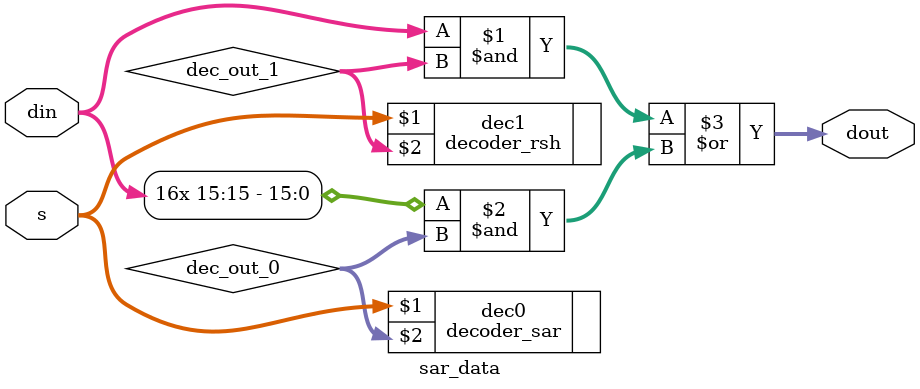
<source format=v>
module sar_data (
    input [15:0] din,
    input [3:0] s,
    output wire [15:0] dout
);
    wire [15:0] dec_out_0, dec_out_1;

    decoder_sar dec0(s, dec_out_0);
    decoder_rsh dec1(s, dec_out_1);

    assign dout = (din & dec_out_1) | ({ 16{ din[15] } } & dec_out_0);

endmodule //sar_data
</source>
